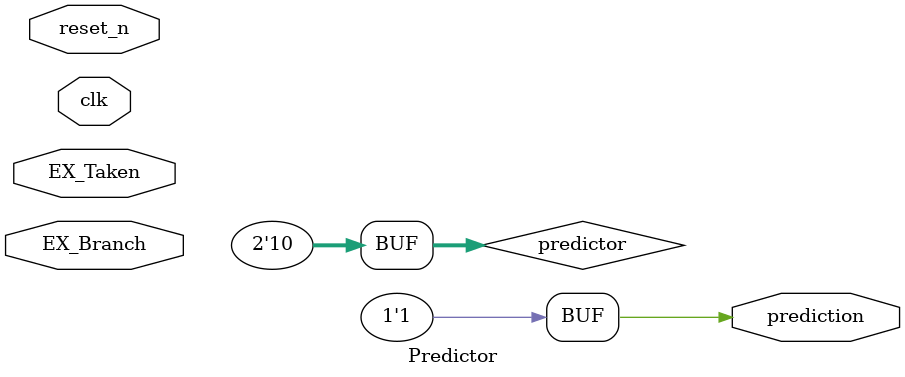
<source format=v>
module Predictor (clk, reset_n, EX_Branch, EX_Taken, prediction);
	input clk;
	input reset_n;
	input EX_Branch;
	input EX_Taken;
	output prediction;

	reg [1:0] predictor;
	
	always @(reset_n) begin
		predictor = 2'b10;
	end

	always @(negedge clk) begin
		if (EX_Branch == 1'b1) begin
			if (EX_Taken == 1'b1) begin
				if (predictor != 2'b11) begin
					predictor = predictor + 1;
				end
			end
			else if (EX_Taken == 1'b0) begin
				if (predictor != 2'b00) begin
					predictor = predictor - 1;
				end
			end
		end
	end

	assign prediction = predictor[1];
endmodule
</source>
